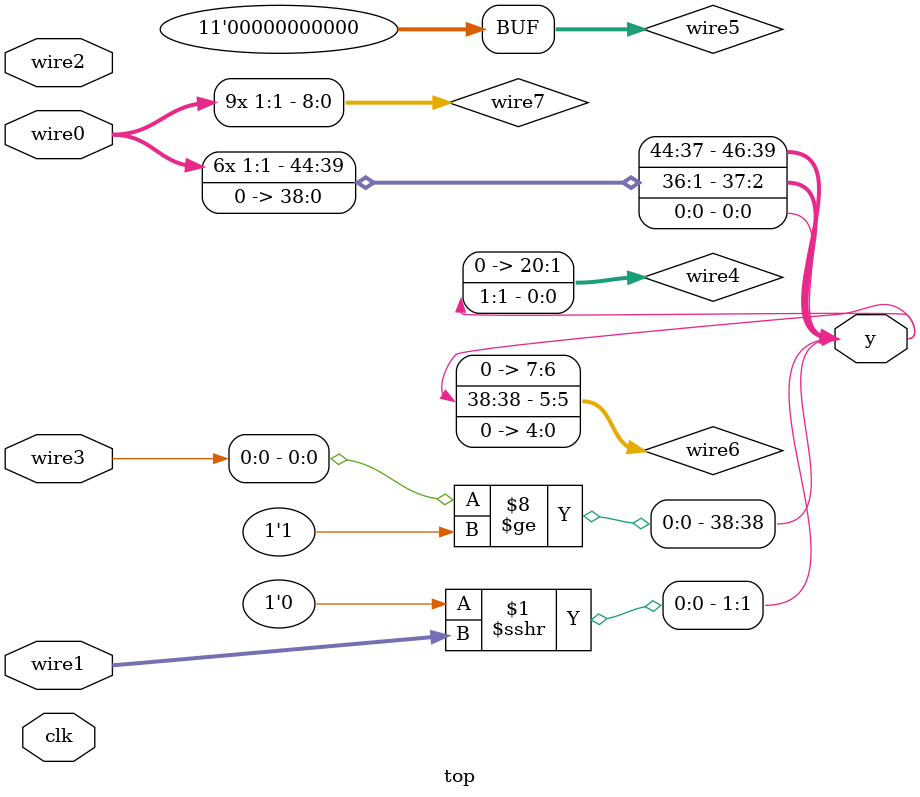
<source format=v>
module top  (y, clk, wire3, wire2, wire1, wire0);
  output wire [(32'h2e):(32'h0)] y;
  input wire [(1'h0):(1'h0)] clk;
  input wire signed [(3'h4):(1'h0)] wire3;
  input wire [(4'hd):(1'h0)] wire2;
  input wire signed [(3'h5):(1'h0)] wire1;
  input wire signed [(5'h13):(1'h0)] wire0;
  wire signed [(4'h8):(1'h0)] wire7;
  wire [(3'h7):(1'h0)] wire6;
  wire [(4'ha):(1'h0)] wire5;
  wire [(5'h14):(1'h0)] wire4;
  assign y = {wire7, wire6, wire5, wire4, (1'h0)};
  assign wire4 = $unsigned($unsigned(((~|$signed((8'hb6))) >>> $unsigned($signed(wire1)))));
  assign wire5 = wire4[(4'hf):(4'hb)];
  assign wire6 = {({wire3[(1'h0):(1'h0)]} >= $unsigned((~&$signed((8'ha7))))),
                     ((-(wire0 ?
                         wire1[(1'h0):(1'h0)] : (wire3 <<< wire2))) << (8'hae))};
  assign wire7 = $signed(wire0[(1'h1):(1'h1)]);
endmodule

</source>
